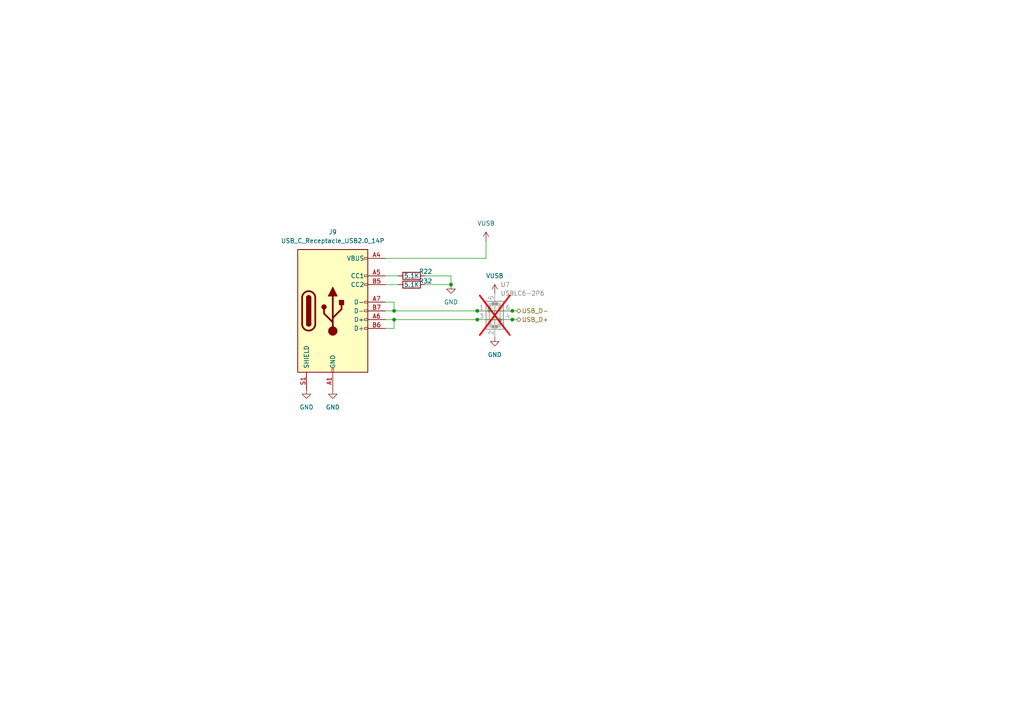
<source format=kicad_sch>
(kicad_sch (version 20231120) (generator "eeschema") (generator_version "8.0")
  (paper "A4")
  (lib_symbols
    (symbol "Connector:USB_C_Receptacle_USB2.0_14P" (pin_names (offset 1.016))
      (property "Reference" "J" (at 0 22.225 0))
      (property "Value" "USB_C_Receptacle_USB2.0_14P" (at 0 19.685 0))
      (symbol "USB_C_Receptacle_USB2.0_14P_0_0"
        (rectangle (start -0.254 -17.78) (end 0.254 -16.764))
        (rectangle (start 10.16 -4.826) (end 9.144 -5.334))
        (rectangle (start 10.16 -2.286) (end 9.144 -2.794))
        (rectangle (start 10.16 0.254) (end 9.144 -0.254))
        (rectangle (start 10.16 2.794) (end 9.144 2.286))
        (rectangle (start 10.16 7.874) (end 9.144 7.366))
        (rectangle (start 10.16 10.414) (end 9.144 9.906))
        (rectangle (start 10.16 15.494) (end 9.144 14.986))
      )
      (symbol "USB_C_Receptacle_USB2.0_14P_0_1"
        (rectangle (start -10.16 17.78) (end 10.16 -17.78) (stroke (width 0.254)) (fill (type background)))
        (arc (start -8.89 -3.81) (mid -6.985 -5.7067) (end -5.08 -3.81) (stroke (width 0.508)))
        (arc (start -7.62 -3.81) (mid -6.985 -4.4423) (end -6.35 -3.81) (stroke (width 0.254)))
        (arc (start -7.62 -3.81) (mid -6.985 -4.4423) (end -6.35 -3.81) (stroke (width 0.254)) (fill (type outline)))
        (rectangle (start -7.62 -3.81) (end -6.35 3.81) (stroke (width 0.254)) (fill (type outline)))
        (arc (start -6.35 3.81) (mid -6.985 4.4423) (end -7.62 3.81) (stroke (width 0.254)))
        (arc (start -6.35 3.81) (mid -6.985 4.4423) (end -7.62 3.81) (stroke (width 0.254)) (fill (type outline)))
        (arc (start -5.08 3.81) (mid -6.985 5.7067) (end -8.89 3.81) (stroke (width 0.508)))
        (circle (center -2.54 1.143) (radius 0.635) (stroke (width 0.254)) (fill (type outline)))
        (circle (center 0 -5.842) (radius 1.27) (fill (type outline)))
        (polyline (pts (xy -8.89 -3.81) (xy -8.89 3.81)) (stroke (width 0.508)))
        (polyline (pts (xy -5.08 3.81) (xy -5.08 -3.81)) (stroke (width 0.508)))
        (polyline (pts (xy 0 -5.842) (xy 0 4.318)) (stroke (width 0.508)))
        (polyline (pts (xy 0 -3.302) (xy -2.54 -0.762) (xy -2.54 0.508)) (stroke (width 0.508)))
        (polyline (pts (xy 0 -2.032) (xy 2.54 0.508) (xy 2.54 1.778)) (stroke (width 0.508)))
        (polyline (pts (xy -1.27 4.318) (xy 0 6.858) (xy 1.27 4.318) (xy -1.27 4.318)) (stroke (width 0.254)) (fill (type outline)))
        (rectangle (start 1.905 1.778) (end 3.175 3.048) (stroke (width 0.254)) (fill (type outline)))
      )
      (symbol "USB_C_Receptacle_USB2.0_14P_1_1"
        (pin passive line (at 0 -22.86 90) (length 5.08) (name "GND") (number "A1"))
        (pin passive line (at 0 -22.86 90) (length 5.08) hide (name "GND") (number "A12"))
        (pin passive line (at 15.24 15.24 180) (length 5.08) (name "VBUS") (number "A4"))
        (pin bidirectional line (at 15.24 10.16 180) (length 5.08) (name "CC1") (number "A5"))
        (pin bidirectional line (at 15.24 -2.54 180) (length 5.08) (name "D+") (number "A6"))
        (pin bidirectional line (at 15.24 2.54 180) (length 5.08) (name "D-") (number "A7"))
        (pin passive line (at 15.24 15.24 180) (length 5.08) hide (name "VBUS") (number "A9"))
        (pin passive line (at 0 -22.86 90) (length 5.08) hide (name "GND") (number "B1"))
        (pin passive line (at 0 -22.86 90) (length 5.08) hide (name "GND") (number "B12"))
        (pin passive line (at 15.24 15.24 180) (length 5.08) hide (name "VBUS") (number "B4"))
        (pin bidirectional line (at 15.24 7.62 180) (length 5.08) (name "CC2") (number "B5"))
        (pin bidirectional line (at 15.24 -5.08 180) (length 5.08) (name "D+") (number "B6"))
        (pin bidirectional line (at 15.24 0 180) (length 5.08) (name "D-") (number "B7"))
        (pin passive line (at 15.24 15.24 180) (length 5.08) hide (name "VBUS") (number "B9"))
        (pin passive line (at -7.62 -22.86 90) (length 5.08) (name "SHIELD") (number "S1"))
      )
    )
    (symbol "Device:R" (pin_numbers hide) (pin_names (offset 0))
      (property "Reference" "R" (at 2.032 0 90))
      (property "Value" "R" (at 0 0 90))
      (symbol "R_0_1"
        (rectangle (start -1.016 -2.54) (end 1.016 2.54) (stroke (width 0.254)))
      )
      (symbol "R_1_1"
        (pin passive line (at 0 3.81 270) (length 1.27) (name "~") (number "1"))
        (pin passive line (at 0 -3.81 90) (length 1.27) (name "~") (number "2"))
      )
    )
    (symbol "Power_Protection:USBLC6-2P6" (pin_names hide)
      (property "Reference" "U" (at 0.635 5.715 0))
      (property "Value" "USBLC6-2P6" (at 0.635 3.81 0))
      (symbol "USBLC6-2P6_0_0"
        (circle (center -1.524 0) (radius 0.0001) (stroke (width 0.508)))
        (circle (center -0.508 -4.572) (radius 0.0001) (stroke (width 0.508)))
        (circle (center -0.508 2.032) (radius 0.0001) (stroke (width 0.508)))
        (circle (center 0.508 -4.572) (radius 0.0001) (stroke (width 0.508)))
        (circle (center 0.508 2.032) (radius 0.0001) (stroke (width 0.508)))
        (circle (center 1.524 -2.54) (radius 0.0001) (stroke (width 0.508)))
      )
      (symbol "USBLC6-2P6_0_1"
        (polyline (pts (xy -2.54 -2.54) (xy 2.54 -2.54)))
        (polyline (pts (xy -2.54 0) (xy 2.54 0)))
        (polyline (pts (xy -2.032 -3.048) (xy -1.016 -3.048)))
        (polyline (pts (xy -1.016 1.524) (xy -2.032 1.524)))
        (polyline (pts (xy 1.016 -3.048) (xy 2.032 -3.048)))
        (polyline (pts (xy 1.016 1.524) (xy 2.032 1.524)))
        (polyline (pts (xy -0.508 -1.143) (xy -0.508 -0.762) (xy 0.508 -0.762)))
        (polyline (pts (xy -2.032 0.508) (xy -1.016 0.508) (xy -1.524 1.524) (xy -2.032 0.508)))
        (polyline (pts (xy -1.016 -4.064) (xy -2.032 -4.064) (xy -1.524 -3.048) (xy -1.016 -4.064)))
        (polyline (pts (xy 0.508 -1.778) (xy -0.508 -1.778) (xy 0 -0.762) (xy 0.508 -1.778)))
        (polyline (pts (xy 2.032 -4.064) (xy 1.016 -4.064) (xy 1.524 -3.048) (xy 2.032 -4.064)))
        (polyline (pts (xy 2.032 0.508) (xy 1.016 0.508) (xy 1.524 1.524) (xy 2.032 0.508)))
        (polyline (pts (xy 0 2.54) (xy -0.508 2.032) (xy 0.508 2.032) (xy 0 1.524) (xy 0 -4.064) (xy -0.508 -4.572) (xy 0.508 -4.572) (xy 0 -5.08)))
      )
      (symbol "USBLC6-2P6_1_1"
        (rectangle (start -2.54 2.794) (end 2.54 -5.334) (stroke (width 0.254)) (fill (type background)))
        (polyline (pts (xy -0.508 2.032) (xy -1.524 2.032) (xy -1.524 -4.572) (xy -0.508 -4.572)))
        (polyline (pts (xy 0.508 -4.572) (xy 1.524 -4.572) (xy 1.524 2.032) (xy 0.508 2.032)))
        (pin passive line (at -5.08 0 0) (length 2.54) (name "I/O1") (number "1"))
        (pin passive line (at 0 -7.62 90) (length 2.54) (name "GND") (number "2"))
        (pin passive line (at -5.08 -2.54 0) (length 2.54) (name "I/O2") (number "3"))
        (pin passive line (at 5.08 -2.54 180) (length 2.54) (name "I/O2") (number "4"))
        (pin passive line (at 0 5.08 270) (length 2.54) (name "VBUS") (number "5"))
        (pin passive line (at 5.08 0 180) (length 2.54) (name "I/O1") (number "6"))
      )
    )
    (symbol "power:GND" (power) (pin_numbers hide) (pin_names (offset 0) hide)
      (property "Value" "GND" (at 0 -3.81 0))
      (symbol "GND_0_1"
        (polyline (pts (xy 0 0) (xy 0 -1.27) (xy 1.27 -1.27) (xy 0 -2.54) (xy -1.27 -1.27) (xy 0 -1.27)))
      )
      (symbol "GND_1_1"
        (pin power_in line (at 0 0 270) (length 0) (name "~") (number "1"))
      )
    )
    (symbol "power:VBUS" (power) (pin_numbers hide) (pin_names (offset 0) hide)
      (property "Value" "VBUS" (at 0 3.556 0))
      (symbol "VBUS_0_1"
        (polyline (pts (xy -0.762 1.27) (xy 0 2.54)))
        (polyline (pts (xy 0 0) (xy 0 2.54)))
        (polyline (pts (xy 0 2.54) (xy 0.762 1.27)))
      )
      (symbol "VBUS_1_1"
        (pin power_in line (at 0 0 90) (length 0) (name "~") (number "1"))
      )
    )
  )
  (junction (at 148.59 92.71))
  (junction (at 138.43 90.17))
  (junction (at 114.3 90.17))
  (junction (at 138.43 92.71))
  (junction (at 130.81 82.55))
  (junction (at 148.59 90.17))
  (junction (at 114.3 92.71))
  (wire (pts (xy 111.76 74.93) (xy 140.97 74.93)))
  (wire (pts (xy 148.59 92.71) (xy 149.86 92.71)))
  (wire (pts (xy 111.76 90.17) (xy 114.3 90.17)))
  (wire (pts (xy 111.76 80.01) (xy 115.57 80.01)))
  (wire (pts (xy 130.81 80.01) (xy 130.81 82.55)))
  (wire (pts (xy 114.3 90.17) (xy 138.43 90.17)))
  (wire (pts (xy 111.76 82.55) (xy 115.57 82.55)))
  (wire (pts (xy 140.97 69.85) (xy 140.97 74.93)))
  (wire (pts (xy 123.19 80.01) (xy 130.81 80.01)))
  (wire (pts (xy 138.43 90.17) (xy 148.59 90.17)))
  (wire (pts (xy 114.3 92.71) (xy 138.43 92.71)))
  (wire (pts (xy 148.59 90.17) (xy 149.86 90.17)))
  (wire (pts (xy 111.76 87.63) (xy 114.3 87.63)))
  (wire (pts (xy 111.76 92.71) (xy 114.3 92.71)))
  (wire (pts (xy 138.43 92.71) (xy 148.59 92.71)))
  (wire (pts (xy 114.3 87.63) (xy 114.3 90.17)))
  (wire (pts (xy 123.19 82.55) (xy 130.81 82.55)))
  (wire (pts (xy 111.76 95.25) (xy 114.3 95.25)))
  (wire (pts (xy 114.3 95.25) (xy 114.3 92.71)))
  (hierarchical_label "USB_D-" (shape bidirectional) (at 149.86 90.17 0))
  (hierarchical_label "USB_D+" (shape bidirectional) (at 149.86 92.71 0))
  (symbol (lib_id "Power_Protection:USBLC6-2P6") (at 143.51 90.17 0) (unit 1) (on_board no) (dnp yes)
    (property "Reference" "U7" (at 145.1611 82.55 0) (effects (justify left)))
    (property "Value" "USBLC6-2P6" (at 145.1611 85.09 0) (effects (justify left)))
    (property "Footprint" "Package_TO_SOT_SMD:SOT-666" (effects (hide yes)))
    (property "Datasheet" "https://www.st.com/resource/en/datasheet/usblc6-2.pdf" (effects (hide yes)))
    (property "Description" "Very low capacitance ESD protection diode, 2 data-line, SOT-666" (effects (hide yes)))
    (property "LCSC" "C2827693" (effects (hide yes)))
    (property "JLCPCB Rotation Offset" "270" (effects (hide yes)))
    (instances (project "robot-mobo" (path "" (reference "U7") (unit 1))) (project "robot-mobo" (path "" (reference "U7") (unit 1))) (project "badge" (path "" (reference "U6") (unit 1))))
  )
  (symbol (lib_id "Device:R") (at 119.38 82.55 90) (unit 1)
    (property "Reference" "R32" (at 123.444 81.534 90))
    (property "Value" "5.1K" (at 119.38 82.55 90))
    (property "Footprint" "Resistor_SMD:R_0402_1005Metric" (effects (hide yes)))
    (property "Description" "Resistor" (effects (hide yes)))
    (property "LCSC" "C25905" (effects (hide yes)))
    (instances (project "robot-mobo" (path "" (reference "R32") (unit 1))) (project "robot-mobo" (path "" (reference "R32") (unit 1))) (project "badge" (path "" (reference "R27") (unit 1))))
  )
  (symbol (lib_id "power:GND") (at 88.9 113.03 0) (unit 1)
    (property "Reference" "#PWR049" (effects (hide yes)))
    (property "Value" "GND" (at 88.9 118.11 0))
    (property "Description" "Power symbol creates a global label with name \"GND\" , ground" (effects (hide yes)))
    (instances (project "robot-mobo" (path "" (reference "#PWR049") (unit 1))) (project "robot-mobo" (path "" (reference "#PWR049") (unit 1))) (project "badge" (path "" (reference "#PWR054") (unit 1))))
  )
  (symbol (lib_id "power:GND") (at 96.52 113.03 0) (unit 1)
    (property "Reference" "#PWR050" (effects (hide yes)))
    (property "Value" "GND" (at 96.52 118.11 0))
    (property "Description" "Power symbol creates a global label with name \"GND\" , ground" (effects (hide yes)))
    (instances (project "robot-mobo" (path "" (reference "#PWR050") (unit 1))) (project "robot-mobo" (path "" (reference "#PWR050") (unit 1))) (project "badge" (path "" (reference "#PWR055") (unit 1))))
  )
  (symbol (lib_id "power:GND") (at 143.51 97.79 0) (unit 1)
    (property "Reference" "#PWR012" (effects (hide yes)))
    (property "Value" "GND" (at 143.51 102.87 0))
    (property "Description" "Power symbol creates a global label with name \"GND\" , ground" (effects (hide yes)))
    (instances (project "robot-mobo" (path "" (reference "#PWR012") (unit 1))) (project "robot-mobo" (path "" (reference "#PWR012") (unit 1))) (project "badge" (path "" (reference "#PWR059") (unit 1))))
  )
  (symbol (lib_id "power:GND") (at 130.81 82.55 0) (unit 1)
    (property "Reference" "#PWR053" (effects (hide yes)))
    (property "Value" "GND" (at 130.81 87.63 0))
    (property "Description" "Power symbol creates a global label with name \"GND\" , ground" (effects (hide yes)))
    (instances (project "robot-mobo" (path "" (reference "#PWR053") (unit 1))) (project "robot-mobo" (path "" (reference "#PWR053") (unit 1))) (project "badge" (path "" (reference "#PWR056") (unit 1))))
  )
  (symbol (lib_id "power:VBUS") (at 140.97 69.85 0) (unit 1)
    (property "Reference" "#PWR055" (effects (hide yes)))
    (property "Value" "VUSB" (at 140.97 64.77 0))
    (property "Description" "Power symbol creates a global label with name \"VBUS\"" (effects (hide yes)))
    (instances (project "robot-mobo" (path "" (reference "#PWR055") (unit 1))) (project "robot-mobo" (path "" (reference "#PWR055") (unit 1))) (project "badge" (path "" (reference "#PWR057") (unit 1))))
  )
  (symbol (lib_id "Device:R") (at 119.38 80.01 90) (unit 1)
    (property "Reference" "R22" (at 123.444 78.74 90))
    (property "Value" "5.1K" (at 119.38 80.01 90))
    (property "Footprint" "Resistor_SMD:R_0402_1005Metric" (effects (hide yes)))
    (property "Description" "Resistor" (effects (hide yes)))
    (property "LCSC" "C25905" (effects (hide yes)))
    (instances (project "robot-mobo" (path "" (reference "R22") (unit 1))) (project "robot-mobo" (path "" (reference "R22") (unit 1))) (project "badge" (path "" (reference "R26") (unit 1))))
  )
  (symbol (lib_id "power:VBUS") (at 143.51 85.09 0) (unit 1)
    (property "Reference" "#PWR051" (effects (hide yes)))
    (property "Value" "VUSB" (at 143.51 80.01 0))
    (property "Description" "Power symbol creates a global label with name \"VBUS\"" (effects (hide yes)))
    (instances (project "robot-mobo" (path "" (reference "#PWR051") (unit 1))) (project "robot-mobo" (path "" (reference "#PWR051") (unit 1))) (project "badge" (path "" (reference "#PWR058") (unit 1))))
  )
  (symbol (lib_id "Connector:USB_C_Receptacle_USB2.0_14P") (at 96.52 90.17 0) (unit 1)
    (property "Reference" "J9" (at 96.52 67.31 0))
    (property "Value" "USB_C_Receptacle_USB2.0_14P" (at 96.52 69.85 0))
    (property "Footprint" "Connector_USB:USB_C_Receptacle_GCT_USB4105-xx-A_16P_TopMnt_Horizontal" (effects (hide yes)))
    (property "Datasheet" "https://www.usb.org/sites/default/files/documents/usb_type-c.zip" (effects (hide yes)))
    (property "Description" "USB 2.0-only 14P Type-C Receptacle connector" (effects (hide yes)))
    (property "LCSC" "C2988369" (effects (hide yes)))
    (property "JLCPCB Position Offset" "0,1.3" (effects (hide yes)))
    (instances (project "robot-mobo" (path "" (reference "J9") (unit 1))) (project "robot-mobo" (path "" (reference "J9") (unit 1))) (project "badge" (path "" (reference "J4") (unit 1))))
  )
)
</source>
